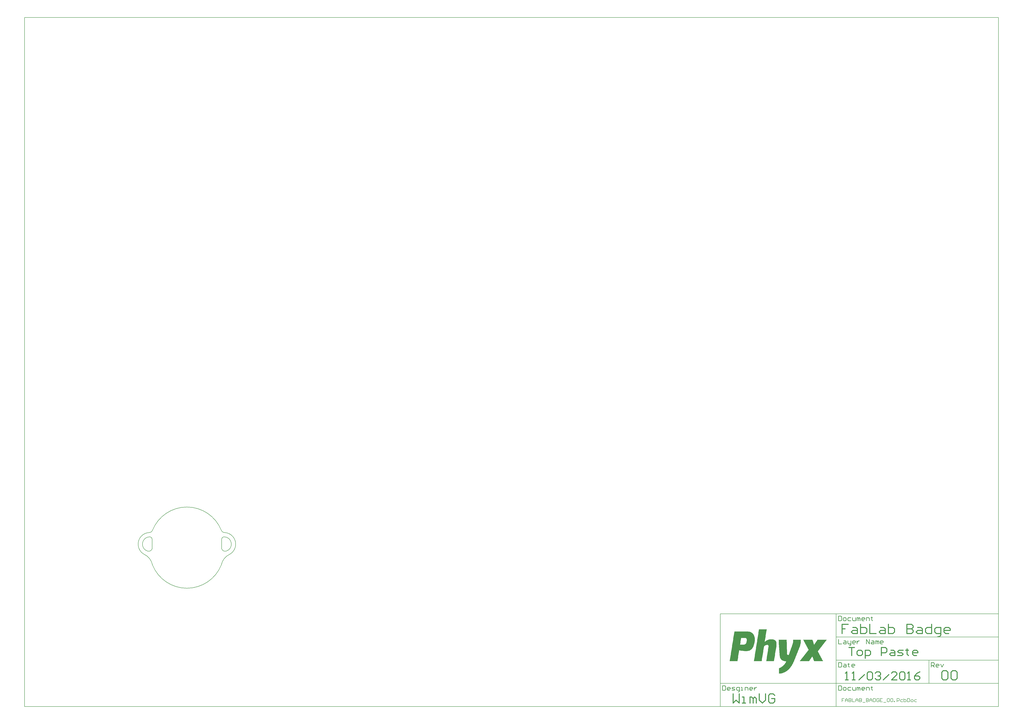
<source format=gtp>
G04 Layer_Color=8421504*
%FSLAX25Y25*%
%MOIN*%
G70*
G01*
G75*
%ADD11C,0.01575*%
%ADD12C,0.00787*%
%ADD13C,0.00984*%
G36*
X1042339Y-162457D02*
Y-162743D01*
Y-163030D01*
Y-163316D01*
Y-163602D01*
Y-163889D01*
Y-164175D01*
Y-164461D01*
Y-164748D01*
Y-165034D01*
Y-165320D01*
Y-165607D01*
Y-165893D01*
Y-166179D01*
Y-166466D01*
Y-166752D01*
Y-167038D01*
Y-167324D01*
Y-167611D01*
Y-167897D01*
Y-168183D01*
X1042053D01*
Y-168470D01*
Y-168756D01*
Y-169042D01*
Y-169329D01*
Y-169615D01*
X1041767D01*
Y-169901D01*
Y-170188D01*
Y-170474D01*
Y-170760D01*
X1041481D01*
Y-171047D01*
Y-171333D01*
Y-171619D01*
Y-171906D01*
X1041194D01*
Y-172192D01*
Y-172478D01*
Y-172764D01*
X1040908D01*
Y-173051D01*
Y-173337D01*
Y-173623D01*
X1040622D01*
Y-173910D01*
Y-174196D01*
Y-174482D01*
X1040335D01*
Y-174769D01*
Y-175055D01*
Y-175341D01*
X1040049D01*
Y-175628D01*
Y-175914D01*
X1039763D01*
Y-176200D01*
Y-176487D01*
X1039476D01*
Y-176773D01*
Y-177059D01*
Y-177345D01*
X1039190D01*
Y-177632D01*
Y-177918D01*
X1038904D01*
Y-178204D01*
Y-178491D01*
Y-178777D01*
X1038617D01*
Y-179063D01*
Y-179350D01*
X1038331D01*
Y-179636D01*
Y-179922D01*
Y-180209D01*
X1038045D01*
Y-180495D01*
Y-180781D01*
X1037758D01*
Y-181068D01*
Y-181354D01*
Y-181640D01*
X1037472D01*
Y-181926D01*
Y-182213D01*
X1037186D01*
Y-182499D01*
Y-182785D01*
Y-183072D01*
X1036899D01*
Y-183358D01*
Y-183644D01*
X1036613D01*
Y-183931D01*
Y-184217D01*
Y-184503D01*
X1036327D01*
Y-184790D01*
Y-185076D01*
X1036041D01*
Y-185362D01*
Y-185649D01*
Y-185935D01*
X1035754D01*
Y-186221D01*
Y-186507D01*
X1035468D01*
Y-186794D01*
Y-187080D01*
Y-187366D01*
X1035182D01*
Y-187653D01*
Y-187939D01*
X1034895D01*
Y-188225D01*
Y-188512D01*
Y-188798D01*
X1034609D01*
Y-189084D01*
Y-189371D01*
X1034323D01*
Y-189657D01*
Y-189943D01*
Y-190229D01*
X1034036D01*
Y-190516D01*
Y-190802D01*
X1033750D01*
Y-191088D01*
Y-191375D01*
Y-191661D01*
X1033464D01*
Y-191947D01*
Y-192234D01*
X1033177D01*
Y-192520D01*
Y-192806D01*
Y-193093D01*
X1032891D01*
Y-193379D01*
Y-193665D01*
X1032605D01*
Y-193952D01*
Y-194238D01*
Y-194524D01*
X1032318D01*
Y-194810D01*
Y-195097D01*
X1032032D01*
Y-195383D01*
Y-195669D01*
Y-195956D01*
X1031746D01*
Y-196242D01*
Y-196528D01*
X1031460D01*
Y-196815D01*
Y-197101D01*
Y-197387D01*
X1031173D01*
Y-197674D01*
Y-197960D01*
X1030887D01*
Y-198246D01*
Y-198533D01*
Y-198819D01*
X1030601D01*
Y-199105D01*
Y-199391D01*
X1030314D01*
Y-199678D01*
Y-199964D01*
X1030028D01*
Y-200251D01*
Y-200537D01*
X1029742D01*
Y-200823D01*
Y-201109D01*
Y-201396D01*
X1029455D01*
Y-201682D01*
X1029169D01*
Y-201968D01*
Y-202255D01*
Y-202541D01*
X1028883D01*
Y-202827D01*
X1028596D01*
Y-203114D01*
Y-203400D01*
X1028310D01*
Y-203686D01*
Y-203973D01*
X1028024D01*
Y-204259D01*
Y-204545D01*
X1027738D01*
Y-204832D01*
Y-205118D01*
X1027451D01*
Y-205404D01*
X1027165D01*
Y-205690D01*
Y-205977D01*
X1026879D01*
Y-206263D01*
Y-206549D01*
X1026592D01*
Y-206836D01*
X1026306D01*
Y-207122D01*
X1026020D01*
Y-207408D01*
Y-207695D01*
X1025733D01*
Y-207981D01*
X1025447D01*
Y-208267D01*
Y-208554D01*
X1025161D01*
Y-208840D01*
X1024874D01*
Y-209126D01*
X1024588D01*
Y-209413D01*
Y-209699D01*
X1024302D01*
Y-209985D01*
X1024015D01*
Y-210271D01*
X1023729D01*
Y-210558D01*
X1023443D01*
Y-210844D01*
X1023157D01*
Y-211130D01*
Y-211417D01*
X1022870D01*
Y-211703D01*
X1022584D01*
Y-211989D01*
X1022297D01*
Y-212276D01*
X1022011D01*
Y-212562D01*
X1021725D01*
Y-212848D01*
X1021439D01*
Y-213135D01*
X1021152D01*
Y-213421D01*
X1020580D01*
Y-213707D01*
X1020293D01*
Y-213994D01*
X1020007D01*
Y-214280D01*
X1019721D01*
Y-214566D01*
X1019434D01*
Y-214852D01*
X1018862D01*
Y-215139D01*
X1018575D01*
Y-215425D01*
X1018003D01*
Y-215711D01*
X1017717D01*
Y-215998D01*
X1017144D01*
Y-216284D01*
X1016858D01*
Y-216570D01*
X1016285D01*
Y-216857D01*
X1015712D01*
Y-217143D01*
X1015140D01*
Y-217429D01*
X1014567D01*
Y-217716D01*
X1013995D01*
Y-218002D01*
X1013136D01*
Y-218288D01*
X1012563D01*
Y-218575D01*
X1011704D01*
Y-218861D01*
X1010559D01*
Y-219147D01*
X1009414D01*
Y-219433D01*
X1007696D01*
Y-219720D01*
X1005691D01*
Y-220006D01*
X1005405D01*
Y-219720D01*
Y-219433D01*
Y-219147D01*
Y-218861D01*
Y-218575D01*
Y-218288D01*
Y-218002D01*
Y-217716D01*
Y-217429D01*
Y-217143D01*
Y-216857D01*
Y-216570D01*
Y-216284D01*
Y-215998D01*
Y-215711D01*
Y-215425D01*
Y-215139D01*
Y-214852D01*
Y-214566D01*
Y-214280D01*
Y-213994D01*
Y-213707D01*
Y-213421D01*
Y-213135D01*
Y-212848D01*
Y-212562D01*
Y-212276D01*
Y-211989D01*
Y-211703D01*
Y-211417D01*
Y-211130D01*
Y-210844D01*
Y-210558D01*
X1005978D01*
Y-210271D01*
X1006550D01*
Y-209985D01*
X1007123D01*
Y-209699D01*
X1007696D01*
Y-209413D01*
X1008268D01*
Y-209126D01*
X1008841D01*
Y-208840D01*
X1009127D01*
Y-208554D01*
X1009700D01*
Y-208267D01*
X1009986D01*
Y-207981D01*
X1010559D01*
Y-207695D01*
X1010845D01*
Y-207408D01*
X1011131D01*
Y-207122D01*
X1011704D01*
Y-206836D01*
X1011990D01*
Y-206549D01*
X1012277D01*
Y-206263D01*
X1012563D01*
Y-205977D01*
X1012849D01*
Y-205690D01*
X1013136D01*
Y-205404D01*
X1013422D01*
Y-205118D01*
X1013708D01*
Y-204832D01*
X1013995D01*
Y-204545D01*
X1014281D01*
Y-204259D01*
X1014567D01*
Y-203973D01*
X1014853D01*
Y-203686D01*
Y-203400D01*
X1015140D01*
Y-203114D01*
X1015426D01*
Y-202827D01*
X1015712D01*
Y-202541D01*
Y-202255D01*
X1015999D01*
Y-201968D01*
X1016285D01*
Y-201682D01*
Y-201396D01*
X1016571D01*
Y-201109D01*
Y-200823D01*
X1016858D01*
Y-200537D01*
X1017144D01*
Y-200251D01*
Y-199964D01*
X1017430D01*
Y-199678D01*
Y-199391D01*
X1017717D01*
Y-199105D01*
Y-198819D01*
X1015999D01*
Y-198533D01*
X1013995D01*
Y-198246D01*
X1012849D01*
Y-197960D01*
X1012277D01*
Y-197674D01*
X1011418D01*
Y-197387D01*
X1010845D01*
Y-197101D01*
X1010559D01*
Y-196815D01*
X1009986D01*
Y-196528D01*
X1009700D01*
Y-196242D01*
X1009414D01*
Y-195956D01*
X1009127D01*
Y-195669D01*
X1008841D01*
Y-195383D01*
X1008554D01*
Y-195097D01*
Y-194810D01*
X1008268D01*
Y-194524D01*
X1007982D01*
Y-194238D01*
Y-193952D01*
X1007696D01*
Y-193665D01*
Y-193379D01*
X1007409D01*
Y-193093D01*
Y-192806D01*
X1007123D01*
Y-192520D01*
Y-192234D01*
Y-191947D01*
X1006837D01*
Y-191661D01*
Y-191375D01*
Y-191088D01*
Y-190802D01*
X1006550D01*
Y-190516D01*
Y-190229D01*
Y-189943D01*
Y-189657D01*
Y-189371D01*
Y-189084D01*
Y-188798D01*
X1006264D01*
Y-188512D01*
Y-188225D01*
Y-187939D01*
Y-187653D01*
Y-187366D01*
Y-187080D01*
Y-186794D01*
Y-186507D01*
Y-186221D01*
Y-185935D01*
Y-185649D01*
Y-185362D01*
Y-185076D01*
Y-184790D01*
Y-184503D01*
X1005978D01*
Y-184217D01*
Y-183931D01*
Y-183644D01*
Y-183358D01*
Y-183072D01*
Y-182785D01*
Y-182499D01*
Y-182213D01*
Y-181926D01*
Y-181640D01*
Y-181354D01*
Y-181068D01*
Y-180781D01*
Y-180495D01*
Y-180209D01*
X1005691D01*
Y-179922D01*
Y-179636D01*
Y-179350D01*
Y-179063D01*
Y-178777D01*
Y-178491D01*
Y-178204D01*
Y-177918D01*
Y-177632D01*
Y-177345D01*
Y-177059D01*
Y-176773D01*
Y-176487D01*
Y-176200D01*
Y-175914D01*
Y-175628D01*
X1005405D01*
Y-175341D01*
Y-175055D01*
Y-174769D01*
Y-174482D01*
Y-174196D01*
Y-173910D01*
Y-173623D01*
Y-173337D01*
Y-173051D01*
Y-172764D01*
Y-172478D01*
Y-172192D01*
Y-171906D01*
Y-171619D01*
Y-171333D01*
Y-171047D01*
X1005119D01*
Y-170760D01*
Y-170474D01*
Y-170188D01*
Y-169901D01*
Y-169615D01*
Y-169329D01*
Y-169042D01*
Y-168756D01*
Y-168470D01*
Y-168183D01*
Y-167897D01*
Y-167611D01*
Y-167324D01*
Y-167038D01*
X1004832D01*
Y-166752D01*
Y-166466D01*
Y-166179D01*
Y-165893D01*
Y-165607D01*
Y-165320D01*
Y-165034D01*
Y-164748D01*
Y-164461D01*
Y-164175D01*
Y-163889D01*
Y-163602D01*
Y-163316D01*
Y-163030D01*
Y-162743D01*
Y-162457D01*
X1004546D01*
Y-162171D01*
X1018289D01*
Y-162457D01*
Y-162743D01*
Y-163030D01*
Y-163316D01*
Y-163602D01*
Y-163889D01*
Y-164175D01*
Y-164461D01*
Y-164748D01*
Y-165034D01*
Y-165320D01*
Y-165607D01*
Y-165893D01*
Y-166179D01*
X1018575D01*
Y-166466D01*
Y-166752D01*
Y-167038D01*
Y-167324D01*
Y-167611D01*
Y-167897D01*
Y-168183D01*
Y-168470D01*
Y-168756D01*
Y-169042D01*
Y-169329D01*
Y-169615D01*
Y-169901D01*
Y-170188D01*
Y-170474D01*
Y-170760D01*
Y-171047D01*
Y-171333D01*
Y-171619D01*
Y-171906D01*
Y-172192D01*
Y-172478D01*
Y-172764D01*
Y-173051D01*
Y-173337D01*
Y-173623D01*
Y-173910D01*
Y-174196D01*
Y-174482D01*
Y-174769D01*
Y-175055D01*
Y-175341D01*
Y-175628D01*
Y-175914D01*
Y-176200D01*
Y-176487D01*
Y-176773D01*
Y-177059D01*
Y-177345D01*
Y-177632D01*
Y-177918D01*
X1018862D01*
Y-178204D01*
X1018575D01*
Y-178491D01*
Y-178777D01*
X1018862D01*
Y-179063D01*
Y-179350D01*
Y-179636D01*
Y-179922D01*
Y-180209D01*
Y-180495D01*
Y-180781D01*
Y-181068D01*
Y-181354D01*
Y-181640D01*
Y-181926D01*
Y-182213D01*
Y-182499D01*
Y-182785D01*
Y-183072D01*
Y-183358D01*
Y-183644D01*
Y-183931D01*
Y-184217D01*
Y-184503D01*
Y-184790D01*
Y-185076D01*
Y-185362D01*
Y-185649D01*
Y-185935D01*
Y-186221D01*
X1019148D01*
Y-186507D01*
Y-186794D01*
Y-187080D01*
X1019434D01*
Y-187366D01*
X1019721D01*
Y-187653D01*
X1020007D01*
Y-187939D01*
X1020866D01*
Y-188225D01*
X1021725D01*
Y-187939D01*
X1022011D01*
Y-187653D01*
Y-187366D01*
Y-187080D01*
X1022297D01*
Y-186794D01*
Y-186507D01*
X1022584D01*
Y-186221D01*
Y-185935D01*
Y-185649D01*
X1022870D01*
Y-185362D01*
Y-185076D01*
Y-184790D01*
X1023157D01*
Y-184503D01*
Y-184217D01*
Y-183931D01*
X1023443D01*
Y-183644D01*
Y-183358D01*
Y-183072D01*
X1023729D01*
Y-182785D01*
Y-182499D01*
X1024015D01*
Y-182213D01*
Y-181926D01*
Y-181640D01*
X1024302D01*
Y-181354D01*
Y-181068D01*
Y-180781D01*
X1024588D01*
Y-180495D01*
Y-180209D01*
Y-179922D01*
X1024874D01*
Y-179636D01*
Y-179350D01*
X1025161D01*
Y-179063D01*
Y-178777D01*
Y-178491D01*
X1025447D01*
Y-178204D01*
Y-177918D01*
Y-177632D01*
X1025733D01*
Y-177345D01*
Y-177059D01*
Y-176773D01*
X1026020D01*
Y-176487D01*
Y-176200D01*
X1026306D01*
Y-175914D01*
Y-175628D01*
Y-175341D01*
X1026592D01*
Y-175055D01*
Y-174769D01*
Y-174482D01*
X1026879D01*
Y-174196D01*
Y-173910D01*
Y-173623D01*
X1027165D01*
Y-173337D01*
Y-173051D01*
X1027451D01*
Y-172764D01*
Y-172478D01*
Y-172192D01*
X1027738D01*
Y-171906D01*
Y-171619D01*
Y-171333D01*
X1028024D01*
Y-171047D01*
Y-170760D01*
Y-170474D01*
X1028310D01*
Y-170188D01*
Y-169901D01*
Y-169615D01*
Y-169329D01*
X1028596D01*
Y-169042D01*
Y-168756D01*
Y-168470D01*
Y-168183D01*
X1028883D01*
Y-167897D01*
Y-167611D01*
Y-167324D01*
Y-167038D01*
Y-166752D01*
X1029169D01*
Y-166466D01*
Y-166179D01*
Y-165893D01*
Y-165607D01*
Y-165320D01*
Y-165034D01*
X1029455D01*
Y-164748D01*
Y-164461D01*
Y-164175D01*
Y-163889D01*
Y-163602D01*
Y-163316D01*
Y-163030D01*
Y-162743D01*
Y-162457D01*
Y-162171D01*
X1042339D01*
Y-162457D01*
D02*
G37*
G36*
X984504Y-144992D02*
Y-145278D01*
X984218D01*
Y-145565D01*
Y-145851D01*
Y-146137D01*
Y-146424D01*
Y-146710D01*
Y-146996D01*
X983932D01*
Y-147283D01*
Y-147569D01*
Y-147855D01*
Y-148142D01*
Y-148428D01*
Y-148714D01*
X983645D01*
Y-149001D01*
Y-149287D01*
Y-149573D01*
Y-149859D01*
Y-150146D01*
Y-150432D01*
Y-150718D01*
X983359D01*
Y-151005D01*
Y-151291D01*
Y-151577D01*
Y-151864D01*
Y-152150D01*
Y-152436D01*
X983073D01*
Y-152723D01*
Y-153009D01*
Y-153295D01*
Y-153582D01*
Y-153868D01*
Y-154154D01*
X982786D01*
Y-154440D01*
Y-154727D01*
Y-155013D01*
Y-155299D01*
Y-155586D01*
Y-155872D01*
Y-156158D01*
X982500D01*
Y-156445D01*
Y-156731D01*
Y-157017D01*
Y-157304D01*
Y-157590D01*
Y-157876D01*
X982214D01*
Y-158162D01*
Y-158449D01*
Y-158735D01*
Y-159021D01*
Y-159308D01*
Y-159594D01*
X981927D01*
Y-159880D01*
Y-160167D01*
Y-160453D01*
Y-160739D01*
Y-161026D01*
Y-161312D01*
X981641D01*
Y-161598D01*
Y-161884D01*
Y-162171D01*
Y-162457D01*
Y-162743D01*
Y-163030D01*
Y-163316D01*
X981355D01*
Y-163602D01*
Y-163889D01*
Y-164175D01*
Y-164461D01*
Y-164748D01*
Y-165034D01*
X981069D01*
Y-165320D01*
Y-165607D01*
X981641D01*
Y-165320D01*
X981927D01*
Y-165034D01*
X982214D01*
Y-164748D01*
X982786D01*
Y-164461D01*
X983073D01*
Y-164175D01*
X983359D01*
Y-163889D01*
X983932D01*
Y-163602D01*
X984504D01*
Y-163316D01*
X984791D01*
Y-163030D01*
X985363D01*
Y-162743D01*
X986222D01*
Y-162457D01*
X986795D01*
Y-162171D01*
X987654D01*
Y-161884D01*
X989085D01*
Y-161598D01*
X995384D01*
Y-161884D01*
X996529D01*
Y-162171D01*
X997388D01*
Y-162457D01*
X997961D01*
Y-162743D01*
X998247D01*
Y-163030D01*
X998820D01*
Y-163316D01*
X999106D01*
Y-163602D01*
X999393D01*
Y-163889D01*
X999679D01*
Y-164175D01*
X999965D01*
Y-164461D01*
Y-164748D01*
X1000251D01*
Y-165034D01*
Y-165320D01*
X1000538D01*
Y-165607D01*
Y-165893D01*
Y-166179D01*
X1000824D01*
Y-166466D01*
Y-166752D01*
Y-167038D01*
Y-167324D01*
X1001110D01*
Y-167611D01*
Y-167897D01*
Y-168183D01*
Y-168470D01*
Y-168756D01*
Y-169042D01*
Y-169329D01*
Y-169615D01*
Y-169901D01*
Y-170188D01*
Y-170474D01*
Y-170760D01*
Y-171047D01*
Y-171333D01*
Y-171619D01*
Y-171906D01*
Y-172192D01*
Y-172478D01*
X1000824D01*
Y-172764D01*
Y-173051D01*
Y-173337D01*
Y-173623D01*
Y-173910D01*
Y-174196D01*
Y-174482D01*
X1000538D01*
Y-174769D01*
Y-175055D01*
Y-175341D01*
Y-175628D01*
Y-175914D01*
Y-176200D01*
Y-176487D01*
X1000251D01*
Y-176773D01*
Y-177059D01*
Y-177345D01*
Y-177632D01*
Y-177918D01*
Y-178204D01*
X999965D01*
Y-178491D01*
Y-178777D01*
Y-179063D01*
Y-179350D01*
Y-179636D01*
Y-179922D01*
X999679D01*
Y-180209D01*
Y-180495D01*
Y-180781D01*
Y-181068D01*
Y-181354D01*
Y-181640D01*
X999393D01*
Y-181926D01*
Y-182213D01*
Y-182499D01*
Y-182785D01*
Y-183072D01*
Y-183358D01*
Y-183644D01*
X999106D01*
Y-183931D01*
Y-184217D01*
Y-184503D01*
Y-184790D01*
Y-185076D01*
Y-185362D01*
X998820D01*
Y-185649D01*
Y-185935D01*
Y-186221D01*
Y-186507D01*
Y-186794D01*
Y-187080D01*
X998534D01*
Y-187366D01*
Y-187653D01*
Y-187939D01*
Y-188225D01*
Y-188512D01*
Y-188798D01*
Y-189084D01*
X998247D01*
Y-189371D01*
Y-189657D01*
Y-189943D01*
Y-190229D01*
Y-190516D01*
Y-190802D01*
X997961D01*
Y-191088D01*
Y-191375D01*
Y-191661D01*
Y-191947D01*
Y-192234D01*
Y-192520D01*
X997675D01*
Y-192806D01*
Y-193093D01*
Y-193379D01*
Y-193665D01*
Y-193952D01*
Y-194238D01*
X997388D01*
Y-194524D01*
Y-194810D01*
Y-195097D01*
Y-195383D01*
Y-195669D01*
Y-195956D01*
Y-196242D01*
X997102D01*
Y-196528D01*
Y-196815D01*
Y-197101D01*
Y-197387D01*
Y-197674D01*
Y-197960D01*
X996816D01*
Y-198246D01*
Y-198533D01*
X983645D01*
Y-198246D01*
Y-197960D01*
X983932D01*
Y-197674D01*
Y-197387D01*
Y-197101D01*
Y-196815D01*
Y-196528D01*
Y-196242D01*
X984218D01*
Y-195956D01*
Y-195669D01*
Y-195383D01*
Y-195097D01*
Y-194810D01*
Y-194524D01*
Y-194238D01*
X984504D01*
Y-193952D01*
Y-193665D01*
Y-193379D01*
Y-193093D01*
Y-192806D01*
Y-192520D01*
X984791D01*
Y-192234D01*
Y-191947D01*
Y-191661D01*
Y-191375D01*
Y-191088D01*
Y-190802D01*
X985077D01*
Y-190516D01*
Y-190229D01*
Y-189943D01*
Y-189657D01*
Y-189371D01*
Y-189084D01*
Y-188798D01*
X985363D01*
Y-188512D01*
Y-188225D01*
Y-187939D01*
Y-187653D01*
Y-187366D01*
Y-187080D01*
X985649D01*
Y-186794D01*
Y-186507D01*
Y-186221D01*
Y-185935D01*
Y-185649D01*
Y-185362D01*
Y-185076D01*
X985936D01*
Y-184790D01*
Y-184503D01*
Y-184217D01*
Y-183931D01*
Y-183644D01*
Y-183358D01*
X986222D01*
Y-183072D01*
Y-182785D01*
Y-182499D01*
Y-182213D01*
Y-181926D01*
Y-181640D01*
X986508D01*
Y-181354D01*
Y-181068D01*
Y-180781D01*
Y-180495D01*
Y-180209D01*
Y-179922D01*
X986795D01*
Y-179636D01*
Y-179350D01*
Y-179063D01*
Y-178777D01*
Y-178491D01*
Y-178204D01*
Y-177918D01*
X987081D01*
Y-177632D01*
Y-177345D01*
Y-177059D01*
Y-176773D01*
Y-176487D01*
Y-176200D01*
X987367D01*
Y-175914D01*
Y-175628D01*
Y-175341D01*
Y-175055D01*
Y-174769D01*
Y-174482D01*
Y-174196D01*
X987654D01*
Y-173910D01*
Y-173623D01*
Y-173337D01*
Y-173051D01*
Y-172764D01*
Y-172478D01*
X987367D01*
Y-172192D01*
Y-171906D01*
X987081D01*
Y-171619D01*
X986795D01*
Y-171333D01*
X986222D01*
Y-171047D01*
X984504D01*
Y-171333D01*
X983073D01*
Y-171619D01*
X982214D01*
Y-171906D01*
X981641D01*
Y-172192D01*
X981355D01*
Y-172478D01*
X980782D01*
Y-172764D01*
X980496D01*
Y-173051D01*
X980210D01*
Y-173337D01*
Y-173623D01*
X979923D01*
Y-173910D01*
Y-174196D01*
Y-174482D01*
X979637D01*
Y-174769D01*
Y-175055D01*
Y-175341D01*
Y-175628D01*
Y-175914D01*
Y-176200D01*
X979351D01*
Y-176487D01*
Y-176773D01*
Y-177059D01*
Y-177345D01*
Y-177632D01*
Y-177918D01*
Y-178204D01*
X979064D01*
Y-178491D01*
Y-178777D01*
Y-179063D01*
Y-179350D01*
Y-179636D01*
Y-179922D01*
X978778D01*
Y-180209D01*
Y-180495D01*
Y-180781D01*
Y-181068D01*
Y-181354D01*
Y-181640D01*
X978492D01*
Y-181926D01*
Y-182213D01*
Y-182499D01*
Y-182785D01*
Y-183072D01*
Y-183358D01*
X978205D01*
Y-183644D01*
Y-183931D01*
Y-184217D01*
Y-184503D01*
Y-184790D01*
Y-185076D01*
Y-185362D01*
X977919D01*
Y-185649D01*
Y-185935D01*
Y-186221D01*
Y-186507D01*
Y-186794D01*
Y-187080D01*
X977633D01*
Y-187366D01*
Y-187653D01*
Y-187939D01*
Y-188225D01*
Y-188512D01*
Y-188798D01*
X977346D01*
Y-189084D01*
Y-189371D01*
Y-189657D01*
Y-189943D01*
Y-190229D01*
Y-190516D01*
Y-190802D01*
X977060D01*
Y-191088D01*
Y-191375D01*
Y-191661D01*
Y-191947D01*
Y-192234D01*
Y-192520D01*
X976774D01*
Y-192806D01*
Y-193093D01*
Y-193379D01*
Y-193665D01*
Y-193952D01*
Y-194238D01*
X976488D01*
Y-194524D01*
Y-194810D01*
Y-195097D01*
Y-195383D01*
Y-195669D01*
Y-195956D01*
X976201D01*
Y-196242D01*
Y-196528D01*
Y-196815D01*
Y-197101D01*
Y-197387D01*
Y-197674D01*
Y-197960D01*
X975915D01*
Y-198246D01*
Y-198533D01*
X962745D01*
Y-198246D01*
Y-197960D01*
X963031D01*
Y-197674D01*
Y-197387D01*
Y-197101D01*
Y-196815D01*
Y-196528D01*
Y-196242D01*
Y-195956D01*
X963317D01*
Y-195669D01*
Y-195383D01*
Y-195097D01*
Y-194810D01*
Y-194524D01*
Y-194238D01*
X963603D01*
Y-193952D01*
Y-193665D01*
Y-193379D01*
Y-193093D01*
Y-192806D01*
Y-192520D01*
X963890D01*
Y-192234D01*
Y-191947D01*
Y-191661D01*
Y-191375D01*
Y-191088D01*
Y-190802D01*
Y-190516D01*
X964176D01*
Y-190229D01*
Y-189943D01*
Y-189657D01*
Y-189371D01*
Y-189084D01*
Y-188798D01*
X964462D01*
Y-188512D01*
Y-188225D01*
Y-187939D01*
Y-187653D01*
Y-187366D01*
Y-187080D01*
X964749D01*
Y-186794D01*
Y-186507D01*
Y-186221D01*
Y-185935D01*
Y-185649D01*
Y-185362D01*
X965035D01*
Y-185076D01*
Y-184790D01*
Y-184503D01*
Y-184217D01*
Y-183931D01*
Y-183644D01*
Y-183358D01*
X965321D01*
Y-183072D01*
Y-182785D01*
Y-182499D01*
Y-182213D01*
Y-181926D01*
Y-181640D01*
X965608D01*
Y-181354D01*
Y-181068D01*
Y-180781D01*
Y-180495D01*
Y-180209D01*
Y-179922D01*
X965894D01*
Y-179636D01*
Y-179350D01*
Y-179063D01*
Y-178777D01*
Y-178491D01*
Y-178204D01*
Y-177918D01*
X966180D01*
Y-177632D01*
Y-177345D01*
Y-177059D01*
Y-176773D01*
Y-176487D01*
Y-176200D01*
X966467D01*
Y-175914D01*
Y-175628D01*
Y-175341D01*
Y-175055D01*
Y-174769D01*
Y-174482D01*
X966753D01*
Y-174196D01*
Y-173910D01*
Y-173623D01*
Y-173337D01*
Y-173051D01*
Y-172764D01*
X967039D01*
Y-172478D01*
Y-172192D01*
Y-171906D01*
Y-171619D01*
Y-171333D01*
Y-171047D01*
Y-170760D01*
X967325D01*
Y-170474D01*
Y-170188D01*
Y-169901D01*
Y-169615D01*
Y-169329D01*
Y-169042D01*
X967612D01*
Y-168756D01*
Y-168470D01*
Y-168183D01*
Y-167897D01*
Y-167611D01*
Y-167324D01*
X967898D01*
Y-167038D01*
Y-166752D01*
Y-166466D01*
Y-166179D01*
Y-165893D01*
Y-165607D01*
X968184D01*
Y-165320D01*
Y-165034D01*
Y-164748D01*
Y-164461D01*
Y-164175D01*
Y-163889D01*
Y-163602D01*
X968471D01*
Y-163316D01*
Y-163030D01*
Y-162743D01*
Y-162457D01*
Y-162171D01*
Y-161884D01*
X968757D01*
Y-161598D01*
Y-161312D01*
Y-161026D01*
Y-160739D01*
Y-160453D01*
Y-160167D01*
X969043D01*
Y-159880D01*
Y-159594D01*
Y-159308D01*
Y-159021D01*
Y-158735D01*
Y-158449D01*
Y-158162D01*
X969330D01*
Y-157876D01*
Y-157590D01*
Y-157304D01*
Y-157017D01*
Y-156731D01*
Y-156445D01*
X969616D01*
Y-156158D01*
Y-155872D01*
Y-155586D01*
Y-155299D01*
Y-155013D01*
Y-154727D01*
X969902D01*
Y-154440D01*
Y-154154D01*
Y-153868D01*
Y-153582D01*
Y-153295D01*
Y-153009D01*
X970189D01*
Y-152723D01*
Y-152436D01*
Y-152150D01*
Y-151864D01*
Y-151577D01*
Y-151291D01*
Y-151005D01*
X970475D01*
Y-150718D01*
Y-150432D01*
Y-150146D01*
Y-149859D01*
Y-149573D01*
Y-149287D01*
X970761D01*
Y-149001D01*
Y-148714D01*
Y-148428D01*
Y-148142D01*
Y-147855D01*
Y-147569D01*
X971047D01*
Y-147283D01*
Y-146996D01*
Y-146710D01*
Y-146424D01*
Y-146137D01*
Y-145851D01*
Y-145565D01*
X971334D01*
Y-145278D01*
Y-144992D01*
Y-144706D01*
X984504D01*
Y-144992D01*
D02*
G37*
G36*
X953296Y-148428D02*
X955014D01*
Y-148714D01*
X955873D01*
Y-149001D01*
X956732D01*
Y-149287D01*
X957591D01*
Y-149573D01*
X958164D01*
Y-149859D01*
X958450D01*
Y-150146D01*
X959022D01*
Y-150432D01*
X959309D01*
Y-150718D01*
X959881D01*
Y-151005D01*
X960168D01*
Y-151291D01*
X960454D01*
Y-151577D01*
X960740D01*
Y-151864D01*
X961027D01*
Y-152150D01*
X961313D01*
Y-152436D01*
X961599D01*
Y-152723D01*
Y-153009D01*
X961886D01*
Y-153295D01*
X962172D01*
Y-153582D01*
Y-153868D01*
X962458D01*
Y-154154D01*
X962745D01*
Y-154440D01*
Y-154727D01*
X963031D01*
Y-155013D01*
Y-155299D01*
Y-155586D01*
X963317D01*
Y-155872D01*
Y-156158D01*
Y-156445D01*
X963603D01*
Y-156731D01*
Y-157017D01*
Y-157304D01*
Y-157590D01*
X963890D01*
Y-157876D01*
Y-158162D01*
Y-158449D01*
Y-158735D01*
Y-159021D01*
X964176D01*
Y-159308D01*
Y-159594D01*
Y-159880D01*
Y-160167D01*
Y-160453D01*
Y-160739D01*
Y-161026D01*
Y-161312D01*
Y-161598D01*
Y-161884D01*
Y-162171D01*
Y-162457D01*
Y-162743D01*
Y-163030D01*
Y-163316D01*
Y-163602D01*
Y-163889D01*
Y-164175D01*
Y-164461D01*
Y-164748D01*
X963890D01*
Y-165034D01*
Y-165320D01*
Y-165607D01*
Y-165893D01*
Y-166179D01*
Y-166466D01*
Y-166752D01*
X963603D01*
Y-167038D01*
Y-167324D01*
Y-167611D01*
Y-167897D01*
Y-168183D01*
X963317D01*
Y-168470D01*
Y-168756D01*
Y-169042D01*
Y-169329D01*
Y-169615D01*
X963031D01*
Y-169901D01*
Y-170188D01*
Y-170474D01*
X962745D01*
Y-170760D01*
Y-171047D01*
Y-171333D01*
Y-171619D01*
X962458D01*
Y-171906D01*
Y-172192D01*
Y-172478D01*
X962172D01*
Y-172764D01*
Y-173051D01*
X961886D01*
Y-173337D01*
Y-173623D01*
Y-173910D01*
X961599D01*
Y-174196D01*
Y-174482D01*
X961313D01*
Y-174769D01*
Y-175055D01*
X961027D01*
Y-175341D01*
Y-175628D01*
X960740D01*
Y-175914D01*
X960454D01*
Y-176200D01*
Y-176487D01*
X960168D01*
Y-176773D01*
X959881D01*
Y-177059D01*
X959595D01*
Y-177345D01*
Y-177632D01*
X959309D01*
Y-177918D01*
X959022D01*
Y-178204D01*
X958736D01*
Y-178491D01*
X958450D01*
Y-178777D01*
X958164D01*
Y-179063D01*
X957591D01*
Y-179350D01*
X957304D01*
Y-179636D01*
X956732D01*
Y-179922D01*
X956446D01*
Y-180209D01*
X955873D01*
Y-180495D01*
X955014D01*
Y-180781D01*
X954155D01*
Y-181068D01*
X953296D01*
Y-181354D01*
X951578D01*
Y-181640D01*
X946425D01*
Y-181354D01*
X943848D01*
Y-181068D01*
X941844D01*
Y-180781D01*
X940412D01*
Y-180495D01*
X938980D01*
Y-180209D01*
X937549D01*
Y-180495D01*
Y-180781D01*
Y-181068D01*
Y-181354D01*
Y-181640D01*
Y-181926D01*
Y-182213D01*
X937263D01*
Y-182499D01*
Y-182785D01*
Y-183072D01*
Y-183358D01*
Y-183644D01*
Y-183931D01*
X936976D01*
Y-184217D01*
Y-184503D01*
Y-184790D01*
Y-185076D01*
Y-185362D01*
Y-185649D01*
X936690D01*
Y-185935D01*
Y-186221D01*
Y-186507D01*
Y-186794D01*
Y-187080D01*
Y-187366D01*
Y-187653D01*
X936404D01*
Y-187939D01*
Y-188225D01*
Y-188512D01*
Y-188798D01*
Y-189084D01*
Y-189371D01*
X936117D01*
Y-189657D01*
Y-189943D01*
Y-190229D01*
Y-190516D01*
Y-190802D01*
Y-191088D01*
X935831D01*
Y-191375D01*
Y-191661D01*
Y-191947D01*
Y-192234D01*
Y-192520D01*
Y-192806D01*
Y-193093D01*
X935545D01*
Y-193379D01*
Y-193665D01*
Y-193952D01*
Y-194238D01*
Y-194524D01*
Y-194810D01*
X935258D01*
Y-195097D01*
Y-195383D01*
Y-195669D01*
Y-195956D01*
Y-196242D01*
Y-196528D01*
X934972D01*
Y-196815D01*
Y-197101D01*
Y-197387D01*
Y-197674D01*
Y-197960D01*
Y-198246D01*
Y-198533D01*
X921515D01*
Y-198246D01*
X921802D01*
Y-197960D01*
Y-197674D01*
Y-197387D01*
Y-197101D01*
Y-196815D01*
X922088D01*
Y-196528D01*
Y-196242D01*
Y-195956D01*
Y-195669D01*
Y-195383D01*
Y-195097D01*
Y-194810D01*
X922374D01*
Y-194524D01*
Y-194238D01*
Y-193952D01*
Y-193665D01*
Y-193379D01*
Y-193093D01*
X922661D01*
Y-192806D01*
Y-192520D01*
Y-192234D01*
Y-191947D01*
Y-191661D01*
Y-191375D01*
X922947D01*
Y-191088D01*
Y-190802D01*
Y-190516D01*
Y-190229D01*
Y-189943D01*
Y-189657D01*
Y-189371D01*
X923233D01*
Y-189084D01*
Y-188798D01*
Y-188512D01*
Y-188225D01*
Y-187939D01*
Y-187653D01*
X923520D01*
Y-187366D01*
Y-187080D01*
Y-186794D01*
Y-186507D01*
Y-186221D01*
Y-185935D01*
X923806D01*
Y-185649D01*
Y-185362D01*
Y-185076D01*
Y-184790D01*
Y-184503D01*
Y-184217D01*
X924092D01*
Y-183931D01*
Y-183644D01*
Y-183358D01*
Y-183072D01*
Y-182785D01*
Y-182499D01*
Y-182213D01*
X924378D01*
Y-181926D01*
Y-181640D01*
Y-181354D01*
Y-181068D01*
Y-180781D01*
Y-180495D01*
X924665D01*
Y-180209D01*
Y-179922D01*
Y-179636D01*
Y-179350D01*
Y-179063D01*
Y-178777D01*
X924951D01*
Y-178491D01*
Y-178204D01*
Y-177918D01*
Y-177632D01*
Y-177345D01*
Y-177059D01*
X925237D01*
Y-176773D01*
Y-176487D01*
Y-176200D01*
Y-175914D01*
Y-175628D01*
Y-175341D01*
Y-175055D01*
X925524D01*
Y-174769D01*
Y-174482D01*
Y-174196D01*
Y-173910D01*
Y-173623D01*
Y-173337D01*
X925810D01*
Y-173051D01*
Y-172764D01*
Y-172478D01*
Y-172192D01*
Y-171906D01*
Y-171619D01*
X926096D01*
Y-171333D01*
Y-171047D01*
Y-170760D01*
Y-170474D01*
Y-170188D01*
Y-169901D01*
Y-169615D01*
X926383D01*
Y-169329D01*
Y-169042D01*
Y-168756D01*
Y-168470D01*
Y-168183D01*
Y-167897D01*
X926669D01*
Y-167611D01*
Y-167324D01*
Y-167038D01*
Y-166752D01*
Y-166466D01*
Y-166179D01*
X926955D01*
Y-165893D01*
Y-165607D01*
Y-165320D01*
Y-165034D01*
Y-164748D01*
Y-164461D01*
X927242D01*
Y-164175D01*
Y-163889D01*
Y-163602D01*
Y-163316D01*
Y-163030D01*
Y-162743D01*
Y-162457D01*
X927528D01*
Y-162171D01*
Y-161884D01*
Y-161598D01*
Y-161312D01*
Y-161026D01*
Y-160739D01*
X927814D01*
Y-160453D01*
Y-160167D01*
Y-159880D01*
Y-159594D01*
Y-159308D01*
Y-159021D01*
X928101D01*
Y-158735D01*
Y-158449D01*
Y-158162D01*
Y-157876D01*
Y-157590D01*
Y-157304D01*
Y-157017D01*
X928387D01*
Y-156731D01*
Y-156445D01*
Y-156158D01*
Y-155872D01*
Y-155586D01*
Y-155299D01*
X928673D01*
Y-155013D01*
Y-154727D01*
Y-154440D01*
Y-154154D01*
Y-153868D01*
Y-153582D01*
X928959D01*
Y-153295D01*
Y-153009D01*
Y-152723D01*
Y-152436D01*
Y-152150D01*
Y-151864D01*
Y-151577D01*
X929246D01*
Y-151291D01*
Y-151005D01*
Y-150718D01*
Y-150432D01*
Y-150146D01*
Y-149859D01*
X929532D01*
Y-149573D01*
Y-149287D01*
Y-149001D01*
Y-148714D01*
Y-148428D01*
Y-148142D01*
X953296D01*
Y-148428D01*
D02*
G37*
G36*
X1086432Y-162457D02*
X1086145D01*
Y-162743D01*
X1085859D01*
Y-163030D01*
Y-163316D01*
X1085573D01*
Y-163602D01*
X1085286D01*
Y-163889D01*
X1085000D01*
Y-164175D01*
Y-164461D01*
X1084714D01*
Y-164748D01*
X1084427D01*
Y-165034D01*
X1084141D01*
Y-165320D01*
X1083855D01*
Y-165607D01*
Y-165893D01*
X1083568D01*
Y-166179D01*
X1083282D01*
Y-166466D01*
X1082996D01*
Y-166752D01*
Y-167038D01*
X1082710D01*
Y-167324D01*
X1082423D01*
Y-167611D01*
X1082137D01*
Y-167897D01*
X1081851D01*
Y-168183D01*
Y-168470D01*
X1081564D01*
Y-168756D01*
X1081278D01*
Y-169042D01*
X1080992D01*
Y-169329D01*
Y-169615D01*
X1080705D01*
Y-169901D01*
X1080419D01*
Y-170188D01*
X1080133D01*
Y-170474D01*
Y-170760D01*
X1079846D01*
Y-171047D01*
X1079560D01*
Y-171333D01*
X1079274D01*
Y-171619D01*
X1078988D01*
Y-171906D01*
Y-172192D01*
X1078701D01*
Y-172478D01*
X1078415D01*
Y-172764D01*
X1078129D01*
Y-173051D01*
Y-173337D01*
X1077842D01*
Y-173623D01*
X1077556D01*
Y-173910D01*
X1077270D01*
Y-174196D01*
Y-174482D01*
X1076983D01*
Y-174769D01*
X1076697D01*
Y-175055D01*
X1076411D01*
Y-175341D01*
X1076124D01*
Y-175628D01*
Y-175914D01*
X1075838D01*
Y-176200D01*
X1075552D01*
Y-176487D01*
X1075265D01*
Y-176773D01*
Y-177059D01*
X1074979D01*
Y-177345D01*
X1074693D01*
Y-177632D01*
X1074407D01*
Y-177918D01*
Y-178204D01*
X1074120D01*
Y-178491D01*
X1073834D01*
Y-178777D01*
X1073547D01*
Y-179063D01*
X1073261D01*
Y-179350D01*
Y-179636D01*
X1072975D01*
Y-179922D01*
X1072689D01*
Y-180209D01*
X1072402D01*
Y-180495D01*
Y-180781D01*
X1072116D01*
Y-181068D01*
X1071830D01*
Y-181354D01*
X1071543D01*
Y-181640D01*
X1071257D01*
Y-181926D01*
Y-182213D01*
X1071543D01*
Y-182499D01*
Y-182785D01*
X1071830D01*
Y-183072D01*
Y-183358D01*
X1072116D01*
Y-183644D01*
X1072402D01*
Y-183931D01*
Y-184217D01*
X1072689D01*
Y-184503D01*
Y-184790D01*
X1072975D01*
Y-185076D01*
Y-185362D01*
X1073261D01*
Y-185649D01*
Y-185935D01*
X1073547D01*
Y-186221D01*
Y-186507D01*
X1073834D01*
Y-186794D01*
Y-187080D01*
X1074120D01*
Y-187366D01*
Y-187653D01*
X1074407D01*
Y-187939D01*
Y-188225D01*
X1074693D01*
Y-188512D01*
X1074979D01*
Y-188798D01*
Y-189084D01*
X1075265D01*
Y-189371D01*
Y-189657D01*
X1075552D01*
Y-189943D01*
Y-190229D01*
X1075838D01*
Y-190516D01*
Y-190802D01*
X1076124D01*
Y-191088D01*
Y-191375D01*
X1076411D01*
Y-191661D01*
Y-191947D01*
X1076697D01*
Y-192234D01*
Y-192520D01*
X1076983D01*
Y-192806D01*
X1077270D01*
Y-193093D01*
Y-193379D01*
X1077556D01*
Y-193665D01*
Y-193952D01*
X1077842D01*
Y-194238D01*
Y-194524D01*
X1078129D01*
Y-194810D01*
Y-195097D01*
X1078415D01*
Y-195383D01*
Y-195669D01*
X1078701D01*
Y-195956D01*
Y-196242D01*
X1078988D01*
Y-196528D01*
Y-196815D01*
X1079274D01*
Y-197101D01*
X1079560D01*
Y-197387D01*
Y-197674D01*
X1079846D01*
Y-197960D01*
Y-198246D01*
X1080133D01*
Y-198533D01*
X1064958D01*
Y-198246D01*
X1064672D01*
Y-197960D01*
Y-197674D01*
Y-197387D01*
X1064386D01*
Y-197101D01*
Y-196815D01*
Y-196528D01*
X1064099D01*
Y-196242D01*
Y-195956D01*
X1063813D01*
Y-195669D01*
Y-195383D01*
Y-195097D01*
X1063527D01*
Y-194810D01*
Y-194524D01*
Y-194238D01*
X1063240D01*
Y-193952D01*
Y-193665D01*
X1062954D01*
Y-193379D01*
Y-193093D01*
Y-192806D01*
X1062668D01*
Y-192520D01*
Y-192234D01*
Y-191947D01*
X1062381D01*
Y-191661D01*
Y-191375D01*
Y-191088D01*
X1062095D01*
Y-190802D01*
X1061522D01*
Y-191088D01*
Y-191375D01*
X1061236D01*
Y-191661D01*
X1060950D01*
Y-191947D01*
Y-192234D01*
X1060664D01*
Y-192520D01*
X1060377D01*
Y-192806D01*
Y-193093D01*
X1060091D01*
Y-193379D01*
X1059805D01*
Y-193665D01*
Y-193952D01*
X1059518D01*
Y-194238D01*
X1059232D01*
Y-194524D01*
X1058946D01*
Y-194810D01*
Y-195097D01*
X1058659D01*
Y-195383D01*
X1058373D01*
Y-195669D01*
Y-195956D01*
X1058087D01*
Y-196242D01*
X1057800D01*
Y-196528D01*
Y-196815D01*
X1057514D01*
Y-197101D01*
X1057228D01*
Y-197387D01*
Y-197674D01*
X1056941D01*
Y-197960D01*
X1056655D01*
Y-198246D01*
Y-198533D01*
X1040622D01*
Y-198246D01*
X1040908D01*
Y-197960D01*
X1041194D01*
Y-197674D01*
X1041481D01*
Y-197387D01*
X1041767D01*
Y-197101D01*
Y-196815D01*
X1042053D01*
Y-196528D01*
X1042339D01*
Y-196242D01*
X1042626D01*
Y-195956D01*
X1042912D01*
Y-195669D01*
Y-195383D01*
X1043198D01*
Y-195097D01*
X1043485D01*
Y-194810D01*
X1043771D01*
Y-194524D01*
Y-194238D01*
X1044057D01*
Y-193952D01*
X1044344D01*
Y-193665D01*
X1044630D01*
Y-193379D01*
X1044916D01*
Y-193093D01*
Y-192806D01*
X1045203D01*
Y-192520D01*
X1045489D01*
Y-192234D01*
X1045775D01*
Y-191947D01*
X1046062D01*
Y-191661D01*
Y-191375D01*
X1046348D01*
Y-191088D01*
X1046634D01*
Y-190802D01*
X1046920D01*
Y-190516D01*
Y-190229D01*
X1047207D01*
Y-189943D01*
X1047493D01*
Y-189657D01*
X1047779D01*
Y-189371D01*
X1048066D01*
Y-189084D01*
Y-188798D01*
X1048352D01*
Y-188512D01*
X1048638D01*
Y-188225D01*
X1048925D01*
Y-187939D01*
Y-187653D01*
X1049211D01*
Y-187366D01*
X1049497D01*
Y-187080D01*
X1049784D01*
Y-186794D01*
X1050070D01*
Y-186507D01*
Y-186221D01*
X1050356D01*
Y-185935D01*
X1050642D01*
Y-185649D01*
X1050929D01*
Y-185362D01*
Y-185076D01*
X1051215D01*
Y-184790D01*
X1051501D01*
Y-184503D01*
X1051788D01*
Y-184217D01*
X1052074D01*
Y-183931D01*
Y-183644D01*
X1052360D01*
Y-183358D01*
X1052647D01*
Y-183072D01*
X1052933D01*
Y-182785D01*
X1053219D01*
Y-182499D01*
Y-182213D01*
X1053506D01*
Y-181926D01*
X1053792D01*
Y-181640D01*
X1054078D01*
Y-181354D01*
Y-181068D01*
X1054365D01*
Y-180781D01*
X1054651D01*
Y-180495D01*
X1054937D01*
Y-180209D01*
X1055223D01*
Y-179922D01*
Y-179636D01*
X1055510D01*
Y-179350D01*
Y-179063D01*
Y-178777D01*
X1055223D01*
Y-178491D01*
X1054937D01*
Y-178204D01*
Y-177918D01*
X1054651D01*
Y-177632D01*
Y-177345D01*
X1054365D01*
Y-177059D01*
Y-176773D01*
X1054078D01*
Y-176487D01*
Y-176200D01*
X1053792D01*
Y-175914D01*
Y-175628D01*
X1053506D01*
Y-175341D01*
Y-175055D01*
X1053219D01*
Y-174769D01*
X1052933D01*
Y-174482D01*
Y-174196D01*
X1052647D01*
Y-173910D01*
Y-173623D01*
X1052360D01*
Y-173337D01*
Y-173051D01*
X1052074D01*
Y-172764D01*
Y-172478D01*
X1051788D01*
Y-172192D01*
Y-171906D01*
X1051501D01*
Y-171619D01*
Y-171333D01*
X1051215D01*
Y-171047D01*
X1050929D01*
Y-170760D01*
Y-170474D01*
X1050642D01*
Y-170188D01*
Y-169901D01*
X1050356D01*
Y-169615D01*
Y-169329D01*
X1050070D01*
Y-169042D01*
Y-168756D01*
X1049784D01*
Y-168470D01*
Y-168183D01*
X1049497D01*
Y-167897D01*
Y-167611D01*
X1049211D01*
Y-167324D01*
Y-167038D01*
X1048925D01*
Y-166752D01*
X1048638D01*
Y-166466D01*
Y-166179D01*
X1048352D01*
Y-165893D01*
Y-165607D01*
X1048066D01*
Y-165320D01*
Y-165034D01*
X1047779D01*
Y-164748D01*
Y-164461D01*
X1047493D01*
Y-164175D01*
Y-163889D01*
X1047207D01*
Y-163602D01*
Y-163316D01*
X1046920D01*
Y-163030D01*
X1046634D01*
Y-162743D01*
Y-162457D01*
X1046348D01*
Y-162171D01*
X1062095D01*
Y-162457D01*
X1062381D01*
Y-162743D01*
Y-163030D01*
Y-163316D01*
X1062668D01*
Y-163602D01*
Y-163889D01*
Y-164175D01*
X1062954D01*
Y-164461D01*
Y-164748D01*
Y-165034D01*
X1063240D01*
Y-165320D01*
Y-165607D01*
Y-165893D01*
X1063527D01*
Y-166179D01*
Y-166466D01*
Y-166752D01*
X1063813D01*
Y-167038D01*
Y-167324D01*
Y-167611D01*
X1064099D01*
Y-167897D01*
Y-168183D01*
Y-168470D01*
X1064386D01*
Y-168756D01*
Y-169042D01*
Y-169329D01*
X1064672D01*
Y-169615D01*
Y-169901D01*
Y-170188D01*
Y-170474D01*
X1065244D01*
Y-170188D01*
X1065531D01*
Y-169901D01*
X1065817D01*
Y-169615D01*
Y-169329D01*
X1066103D01*
Y-169042D01*
X1066390D01*
Y-168756D01*
Y-168470D01*
X1066676D01*
Y-168183D01*
X1066962D01*
Y-167897D01*
Y-167611D01*
X1067249D01*
Y-167324D01*
X1067535D01*
Y-167038D01*
Y-166752D01*
X1067821D01*
Y-166466D01*
X1068108D01*
Y-166179D01*
Y-165893D01*
X1068394D01*
Y-165607D01*
X1068680D01*
Y-165320D01*
Y-165034D01*
X1068966D01*
Y-164748D01*
X1069253D01*
Y-164461D01*
Y-164175D01*
X1069539D01*
Y-163889D01*
X1069825D01*
Y-163602D01*
Y-163316D01*
X1070112D01*
Y-163030D01*
X1070398D01*
Y-162743D01*
Y-162457D01*
X1070684D01*
Y-162171D01*
X1086432D01*
Y-162457D01*
D02*
G37*
%LPC*%
G36*
X949001Y-159308D02*
X940985D01*
Y-159594D01*
Y-159880D01*
Y-160167D01*
Y-160453D01*
Y-160739D01*
X940698D01*
Y-161026D01*
Y-161312D01*
Y-161598D01*
Y-161884D01*
Y-162171D01*
Y-162457D01*
X940412D01*
Y-162743D01*
Y-163030D01*
Y-163316D01*
Y-163602D01*
Y-163889D01*
Y-164175D01*
X940126D01*
Y-164461D01*
Y-164748D01*
Y-165034D01*
Y-165320D01*
Y-165607D01*
Y-165893D01*
X939839D01*
Y-166179D01*
Y-166466D01*
Y-166752D01*
Y-167038D01*
Y-167324D01*
Y-167611D01*
Y-167897D01*
X939553D01*
Y-168183D01*
Y-168470D01*
Y-168756D01*
Y-169042D01*
Y-169329D01*
Y-169615D01*
X939267D01*
Y-169901D01*
Y-170188D01*
Y-170474D01*
X946425D01*
Y-170188D01*
X947570D01*
Y-169901D01*
X948143D01*
Y-169615D01*
X948429D01*
Y-169329D01*
X948715D01*
Y-169042D01*
X949001D01*
Y-168756D01*
X949288D01*
Y-168470D01*
Y-168183D01*
X949574D01*
Y-167897D01*
Y-167611D01*
X949860D01*
Y-167324D01*
Y-167038D01*
X950147D01*
Y-166752D01*
Y-166466D01*
Y-166179D01*
Y-165893D01*
X950433D01*
Y-165607D01*
Y-165320D01*
Y-165034D01*
Y-164748D01*
Y-164461D01*
X950719D01*
Y-164175D01*
Y-163889D01*
Y-163602D01*
Y-163316D01*
Y-163030D01*
Y-162743D01*
Y-162457D01*
Y-162171D01*
Y-161884D01*
Y-161598D01*
Y-161312D01*
X950433D01*
Y-161026D01*
Y-160739D01*
X950147D01*
Y-160453D01*
Y-160167D01*
X949860D01*
Y-159880D01*
X949574D01*
Y-159594D01*
X949001D01*
Y-159308D01*
D02*
G37*
%LPD*%
D11*
X1124016Y-175201D02*
X1133199D01*
X1128607D01*
Y-188976D01*
X1140087D02*
X1144678D01*
X1146974Y-186680D01*
Y-182089D01*
X1144678Y-179793D01*
X1140087D01*
X1137791Y-182089D01*
Y-186680D01*
X1140087Y-188976D01*
X1151566Y-193568D02*
Y-179793D01*
X1158453D01*
X1160749Y-182089D01*
Y-186680D01*
X1158453Y-188976D01*
X1151566D01*
X1179116D02*
Y-175201D01*
X1186004D01*
X1188299Y-177497D01*
Y-182089D01*
X1186004Y-184385D01*
X1179116D01*
X1195187Y-179793D02*
X1199779D01*
X1202075Y-182089D01*
Y-188976D01*
X1195187D01*
X1192891Y-186680D01*
X1195187Y-184385D01*
X1202075D01*
X1206666Y-188976D02*
X1213554D01*
X1215850Y-186680D01*
X1213554Y-184385D01*
X1208962D01*
X1206666Y-182089D01*
X1208962Y-179793D01*
X1215850D01*
X1222737Y-177497D02*
Y-179793D01*
X1220441D01*
X1225033D01*
X1222737D01*
Y-186680D01*
X1225033Y-188976D01*
X1238808D02*
X1234216D01*
X1231921Y-186680D01*
Y-182089D01*
X1234216Y-179793D01*
X1238808D01*
X1241104Y-182089D01*
Y-184385D01*
X1231921D01*
X1122700Y-135832D02*
X1112205D01*
Y-143703D01*
X1117452D01*
X1112205D01*
Y-151575D01*
X1130571Y-141079D02*
X1135819D01*
X1138443Y-143703D01*
Y-151575D01*
X1130571D01*
X1127948Y-148951D01*
X1130571Y-146327D01*
X1138443D01*
X1143691Y-135832D02*
Y-151575D01*
X1151562D01*
X1154186Y-148951D01*
Y-146327D01*
Y-143703D01*
X1151562Y-141079D01*
X1143691D01*
X1159433Y-135832D02*
Y-151575D01*
X1169929D01*
X1177800Y-141079D02*
X1183048D01*
X1185672Y-143703D01*
Y-151575D01*
X1177800D01*
X1175177Y-148951D01*
X1177800Y-146327D01*
X1185672D01*
X1190919Y-135832D02*
Y-151575D01*
X1198791D01*
X1201415Y-148951D01*
Y-146327D01*
Y-143703D01*
X1198791Y-141079D01*
X1190919D01*
X1222405Y-135832D02*
Y-151575D01*
X1230277D01*
X1232901Y-148951D01*
Y-146327D01*
X1230277Y-143703D01*
X1222405D01*
X1230277D01*
X1232901Y-141079D01*
Y-138456D01*
X1230277Y-135832D01*
X1222405D01*
X1240772Y-141079D02*
X1246020D01*
X1248643Y-143703D01*
Y-151575D01*
X1240772D01*
X1238148Y-148951D01*
X1240772Y-146327D01*
X1248643D01*
X1264386Y-135832D02*
Y-151575D01*
X1256515D01*
X1253891Y-148951D01*
Y-143703D01*
X1256515Y-141079D01*
X1264386D01*
X1274882Y-156823D02*
X1277506D01*
X1280129Y-154199D01*
Y-141079D01*
X1272258D01*
X1269634Y-143703D01*
Y-148951D01*
X1272258Y-151575D01*
X1280129D01*
X1293248D02*
X1288001D01*
X1285377Y-148951D01*
Y-143703D01*
X1288001Y-141079D01*
X1293248D01*
X1295872Y-143703D01*
Y-146327D01*
X1285377D01*
X1118110Y-230315D02*
X1122702D01*
X1120406D01*
Y-216540D01*
X1118110Y-218836D01*
X1129589Y-230315D02*
X1134181D01*
X1131885D01*
Y-216540D01*
X1129589Y-218836D01*
X1141069Y-230315D02*
X1150252Y-221132D01*
X1154844Y-218836D02*
X1157140Y-216540D01*
X1161731D01*
X1164027Y-218836D01*
Y-228019D01*
X1161731Y-230315D01*
X1157140D01*
X1154844Y-228019D01*
Y-218836D01*
X1168619D02*
X1170915Y-216540D01*
X1175506D01*
X1177802Y-218836D01*
Y-221132D01*
X1175506Y-223427D01*
X1173211D01*
X1175506D01*
X1177802Y-225723D01*
Y-228019D01*
X1175506Y-230315D01*
X1170915D01*
X1168619Y-228019D01*
X1182394Y-230315D02*
X1191577Y-221132D01*
X1205352Y-230315D02*
X1196169D01*
X1205352Y-221132D01*
Y-218836D01*
X1203057Y-216540D01*
X1198465D01*
X1196169Y-218836D01*
X1209944D02*
X1212240Y-216540D01*
X1216832D01*
X1219127Y-218836D01*
Y-228019D01*
X1216832Y-230315D01*
X1212240D01*
X1209944Y-228019D01*
Y-218836D01*
X1223719Y-230315D02*
X1228311D01*
X1226015D01*
Y-216540D01*
X1223719Y-218836D01*
X1244382Y-216540D02*
X1239790Y-218836D01*
X1235198Y-223427D01*
Y-228019D01*
X1237494Y-230315D01*
X1242086D01*
X1244382Y-228019D01*
Y-225723D01*
X1242086Y-223427D01*
X1235198D01*
X1281496Y-217196D02*
X1284120Y-214572D01*
X1289367D01*
X1291991Y-217196D01*
Y-227691D01*
X1289367Y-230315D01*
X1284120D01*
X1281496Y-227691D01*
Y-217196D01*
X1297239D02*
X1299863Y-214572D01*
X1305110D01*
X1307734Y-217196D01*
Y-227691D01*
X1305110Y-230315D01*
X1299863D01*
X1297239Y-227691D01*
Y-217196D01*
X927165Y-253942D02*
Y-269685D01*
X932413Y-264437D01*
X937661Y-269685D01*
Y-253942D01*
X942908Y-269685D02*
X948156D01*
X945532D01*
Y-259190D01*
X942908D01*
X956027Y-269685D02*
Y-259190D01*
X958651D01*
X961275Y-261814D01*
Y-269685D01*
Y-261814D01*
X963899Y-259190D01*
X966523Y-261814D01*
Y-269685D01*
X971770Y-253942D02*
Y-264437D01*
X977018Y-269685D01*
X982266Y-264437D01*
Y-253942D01*
X998009Y-256566D02*
X995385Y-253942D01*
X990137D01*
X987513Y-256566D01*
Y-267061D01*
X990137Y-269685D01*
X995385D01*
X998009Y-267061D01*
Y-261814D01*
X992761D01*
D12*
X66929Y-11811D02*
G03*
X62992Y12450I-3937J11811D01*
G01*
D02*
G03*
X59055Y7874I319J-4256D01*
G01*
Y-7874D02*
G03*
X66929Y-11811I5906J1969D01*
G01*
X-66929D02*
G03*
X-59055Y-7874I1969J5906D01*
G01*
Y7874D02*
G03*
X-62992Y12450I-4256J319D01*
G01*
D02*
G03*
X-66929Y-11811I0J-12450D01*
G01*
X72958Y-17048D02*
G03*
X63115Y19685I-9843J17048D01*
G01*
X72958Y-17048D02*
G03*
X58405Y-35408I10328J-23133D01*
G01*
X-58405D02*
G03*
X-72958Y-17048I-24880J-4773D01*
G01*
X-58405Y-35408D02*
G03*
X58405Y-35408I58405J23597D01*
G01*
X-63115Y19685D02*
G03*
X-72958Y-17048I0J-19685D01*
G01*
X-63113Y19670D02*
G03*
X-58405Y23597I-602J5507D01*
G01*
X58405D02*
G03*
X63113Y19670I5310J1580D01*
G01*
X58405Y23597D02*
G03*
X-58405Y23597I-58405J-23597D01*
G01*
X59055Y-7874D02*
Y7874D01*
X-59055Y-7874D02*
Y7874D01*
X-275590Y-275590D02*
X1377953D01*
X-275590D02*
Y893701D01*
X1377953Y-275590D02*
Y893701D01*
X-275590D02*
X1377953D01*
X1102362Y-275590D02*
Y-118110D01*
X905512Y-275590D02*
Y-118110D01*
X1377953D01*
X905512Y-236221D02*
X1377953D01*
X1102362Y-196850D02*
X1377953D01*
X1102362Y-157480D02*
X1377953D01*
X1259842Y-236221D02*
Y-196850D01*
X1116140Y-261813D02*
X1112205D01*
Y-264765D01*
X1114173D01*
X1112205D01*
Y-267717D01*
X1118108D02*
Y-263781D01*
X1120076Y-261813D01*
X1122044Y-263781D01*
Y-267717D01*
Y-264765D01*
X1118108D01*
X1124012Y-261813D02*
Y-267717D01*
X1126964D01*
X1127948Y-266733D01*
Y-265749D01*
X1126964Y-264765D01*
X1124012D01*
X1126964D01*
X1127948Y-263781D01*
Y-262797D01*
X1126964Y-261813D01*
X1124012D01*
X1129916D02*
Y-267717D01*
X1133851D01*
X1135819D02*
Y-263781D01*
X1137787Y-261813D01*
X1139755Y-263781D01*
Y-267717D01*
Y-264765D01*
X1135819D01*
X1141723Y-261813D02*
Y-267717D01*
X1144674D01*
X1145658Y-266733D01*
Y-265749D01*
X1144674Y-264765D01*
X1141723D01*
X1144674D01*
X1145658Y-263781D01*
Y-262797D01*
X1144674Y-261813D01*
X1141723D01*
X1147626Y-268701D02*
X1151562D01*
X1153530Y-261813D02*
Y-267717D01*
X1156482D01*
X1157466Y-266733D01*
Y-265749D01*
X1156482Y-264765D01*
X1153530D01*
X1156482D01*
X1157466Y-263781D01*
Y-262797D01*
X1156482Y-261813D01*
X1153530D01*
X1159433Y-267717D02*
Y-263781D01*
X1161401Y-261813D01*
X1163369Y-263781D01*
Y-267717D01*
Y-264765D01*
X1159433D01*
X1165337Y-261813D02*
Y-267717D01*
X1168289D01*
X1169273Y-266733D01*
Y-262797D01*
X1168289Y-261813D01*
X1165337D01*
X1175176Y-262797D02*
X1174193Y-261813D01*
X1172225D01*
X1171241Y-262797D01*
Y-266733D01*
X1172225Y-267717D01*
X1174193D01*
X1175176Y-266733D01*
Y-264765D01*
X1173209D01*
X1181080Y-261813D02*
X1177144D01*
Y-267717D01*
X1181080D01*
X1177144Y-264765D02*
X1179112D01*
X1183048Y-268701D02*
X1186984D01*
X1188951Y-262797D02*
X1189935Y-261813D01*
X1191903D01*
X1192887Y-262797D01*
Y-266733D01*
X1191903Y-267717D01*
X1189935D01*
X1188951Y-266733D01*
Y-262797D01*
X1194855D02*
X1195839Y-261813D01*
X1197807D01*
X1198791Y-262797D01*
Y-266733D01*
X1197807Y-267717D01*
X1195839D01*
X1194855Y-266733D01*
Y-262797D01*
X1200759Y-267717D02*
Y-266733D01*
X1201743D01*
Y-267717D01*
X1200759D01*
X1205678D02*
Y-261813D01*
X1208630D01*
X1209614Y-262797D01*
Y-264765D01*
X1208630Y-265749D01*
X1205678D01*
X1215518Y-263781D02*
X1212566D01*
X1211582Y-264765D01*
Y-266733D01*
X1212566Y-267717D01*
X1215518D01*
X1217486Y-261813D02*
Y-267717D01*
X1220437D01*
X1221421Y-266733D01*
Y-265749D01*
Y-264765D01*
X1220437Y-263781D01*
X1217486D01*
X1223389Y-261813D02*
Y-267717D01*
X1226341D01*
X1227325Y-266733D01*
Y-262797D01*
X1226341Y-261813D01*
X1223389D01*
X1230277Y-267717D02*
X1232245D01*
X1233228Y-266733D01*
Y-264765D01*
X1232245Y-263781D01*
X1230277D01*
X1229293Y-264765D01*
Y-266733D01*
X1230277Y-267717D01*
X1239132Y-263781D02*
X1236180D01*
X1235196Y-264765D01*
Y-266733D01*
X1236180Y-267717D01*
X1239132D01*
D13*
X1106299Y-240160D02*
Y-248031D01*
X1110235D01*
X1111547Y-246720D01*
Y-241472D01*
X1110235Y-240160D01*
X1106299D01*
X1115483Y-248031D02*
X1118106D01*
X1119418Y-246720D01*
Y-244096D01*
X1118106Y-242784D01*
X1115483D01*
X1114171Y-244096D01*
Y-246720D01*
X1115483Y-248031D01*
X1127290Y-242784D02*
X1123354D01*
X1122042Y-244096D01*
Y-246720D01*
X1123354Y-248031D01*
X1127290D01*
X1129914Y-242784D02*
Y-246720D01*
X1131226Y-248031D01*
X1135161D01*
Y-242784D01*
X1137785Y-248031D02*
Y-242784D01*
X1139097D01*
X1140409Y-244096D01*
Y-248031D01*
Y-244096D01*
X1141721Y-242784D01*
X1143033Y-244096D01*
Y-248031D01*
X1149592D02*
X1146968D01*
X1145657Y-246720D01*
Y-244096D01*
X1146968Y-242784D01*
X1149592D01*
X1150904Y-244096D01*
Y-245408D01*
X1145657D01*
X1153528Y-248031D02*
Y-242784D01*
X1157464D01*
X1158776Y-244096D01*
Y-248031D01*
X1162712Y-241472D02*
Y-242784D01*
X1161400D01*
X1164023D01*
X1162712D01*
Y-246720D01*
X1164023Y-248031D01*
X1106299Y-200790D02*
Y-208661D01*
X1110235D01*
X1111547Y-207349D01*
Y-202102D01*
X1110235Y-200790D01*
X1106299D01*
X1115483Y-203414D02*
X1118106D01*
X1119418Y-204726D01*
Y-208661D01*
X1115483D01*
X1114171Y-207349D01*
X1115483Y-206038D01*
X1119418D01*
X1123354Y-202102D02*
Y-203414D01*
X1122042D01*
X1124666D01*
X1123354D01*
Y-207349D01*
X1124666Y-208661D01*
X1132537D02*
X1129914D01*
X1128602Y-207349D01*
Y-204726D01*
X1129914Y-203414D01*
X1132537D01*
X1133849Y-204726D01*
Y-206038D01*
X1128602D01*
X1106299Y-161420D02*
Y-169291D01*
X1111547D01*
X1115483Y-164044D02*
X1118106D01*
X1119418Y-165356D01*
Y-169291D01*
X1115483D01*
X1114171Y-167979D01*
X1115483Y-166667D01*
X1119418D01*
X1122042Y-164044D02*
Y-167979D01*
X1123354Y-169291D01*
X1127290D01*
Y-170603D01*
X1125978Y-171915D01*
X1124666D01*
X1127290Y-169291D02*
Y-164044D01*
X1133849Y-169291D02*
X1131226D01*
X1129914Y-167979D01*
Y-165356D01*
X1131226Y-164044D01*
X1133849D01*
X1135161Y-165356D01*
Y-166667D01*
X1129914D01*
X1137785Y-164044D02*
Y-169291D01*
Y-166667D01*
X1139097Y-165356D01*
X1140409Y-164044D01*
X1141721D01*
X1153528Y-169291D02*
Y-161420D01*
X1158776Y-169291D01*
Y-161420D01*
X1162712Y-164044D02*
X1165335D01*
X1166647Y-165356D01*
Y-169291D01*
X1162712D01*
X1161400Y-167979D01*
X1162712Y-166667D01*
X1166647D01*
X1169271Y-169291D02*
Y-164044D01*
X1170583D01*
X1171895Y-165356D01*
Y-169291D01*
Y-165356D01*
X1173207Y-164044D01*
X1174519Y-165356D01*
Y-169291D01*
X1181078D02*
X1178454D01*
X1177143Y-167979D01*
Y-165356D01*
X1178454Y-164044D01*
X1181078D01*
X1182390Y-165356D01*
Y-166667D01*
X1177143D01*
X1106299Y-122050D02*
Y-129921D01*
X1110235D01*
X1111547Y-128609D01*
Y-123362D01*
X1110235Y-122050D01*
X1106299D01*
X1115483Y-129921D02*
X1118106D01*
X1119418Y-128609D01*
Y-125986D01*
X1118106Y-124674D01*
X1115483D01*
X1114171Y-125986D01*
Y-128609D01*
X1115483Y-129921D01*
X1127290Y-124674D02*
X1123354D01*
X1122042Y-125986D01*
Y-128609D01*
X1123354Y-129921D01*
X1127290D01*
X1129914Y-124674D02*
Y-128609D01*
X1131226Y-129921D01*
X1135161D01*
Y-124674D01*
X1137785Y-129921D02*
Y-124674D01*
X1139097D01*
X1140409Y-125986D01*
Y-129921D01*
Y-125986D01*
X1141721Y-124674D01*
X1143033Y-125986D01*
Y-129921D01*
X1149592D02*
X1146968D01*
X1145657Y-128609D01*
Y-125986D01*
X1146968Y-124674D01*
X1149592D01*
X1150904Y-125986D01*
Y-127297D01*
X1145657D01*
X1153528Y-129921D02*
Y-124674D01*
X1157464D01*
X1158776Y-125986D01*
Y-129921D01*
X1162712Y-123362D02*
Y-124674D01*
X1161400D01*
X1164023D01*
X1162712D01*
Y-128609D01*
X1164023Y-129921D01*
X909449Y-240160D02*
Y-248031D01*
X913385D01*
X914697Y-246720D01*
Y-241472D01*
X913385Y-240160D01*
X909449D01*
X921256Y-248031D02*
X918632D01*
X917320Y-246720D01*
Y-244096D01*
X918632Y-242784D01*
X921256D01*
X922568Y-244096D01*
Y-245408D01*
X917320D01*
X925192Y-248031D02*
X929128D01*
X930439Y-246720D01*
X929128Y-245408D01*
X926504D01*
X925192Y-244096D01*
X926504Y-242784D01*
X930439D01*
X935687Y-250655D02*
X936999D01*
X938311Y-249343D01*
Y-242784D01*
X934375D01*
X933063Y-244096D01*
Y-246720D01*
X934375Y-248031D01*
X938311D01*
X940935D02*
X943559D01*
X942247D01*
Y-242784D01*
X940935D01*
X947494Y-248031D02*
Y-242784D01*
X951430D01*
X952742Y-244096D01*
Y-248031D01*
X959301D02*
X956678D01*
X955366Y-246720D01*
Y-244096D01*
X956678Y-242784D01*
X959301D01*
X960613Y-244096D01*
Y-245408D01*
X955366D01*
X963237Y-242784D02*
Y-248031D01*
Y-245408D01*
X964549Y-244096D01*
X965861Y-242784D01*
X967173D01*
X1263780Y-208661D02*
Y-200790D01*
X1267715D01*
X1269027Y-202102D01*
Y-204726D01*
X1267715Y-206038D01*
X1263780D01*
X1266403D02*
X1269027Y-208661D01*
X1275587D02*
X1272963D01*
X1271651Y-207349D01*
Y-204726D01*
X1272963Y-203414D01*
X1275587D01*
X1276899Y-204726D01*
Y-206038D01*
X1271651D01*
X1279523Y-203414D02*
X1282146Y-208661D01*
X1284770Y-203414D01*
M02*

</source>
